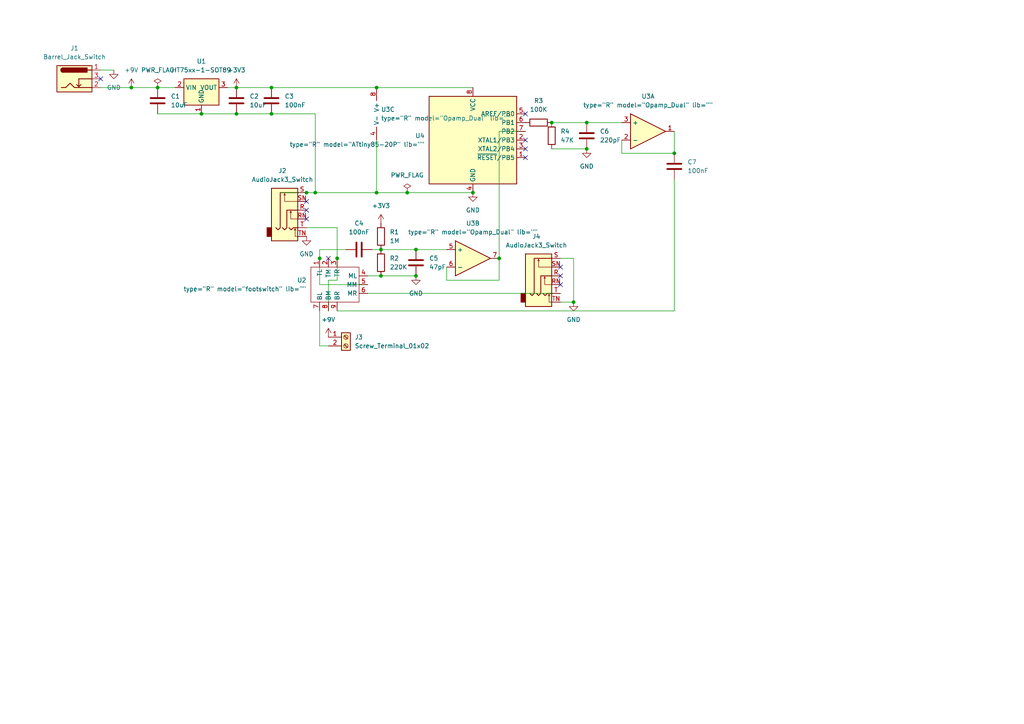
<source format=kicad_sch>
(kicad_sch (version 20211123) (generator eeschema)
  (paper "A4")
  (lib_symbols
    (symbol "Connector:AudioJack3_Switch"
      (property "Reference" "J" (at 0 11.43 0))
      (property "Value" "AudioJack3_Switch" (at 0 8.89 0))
      (symbol "AudioJack3_Switch_0_1"
        (rectangle (start -5.08 -5.08) (end -6.35 -7.62) (stroke (width 0.254)) (fill (type outline)))
        (polyline (pts (xy -1.27 4.826) (xy -1.016 4.318)))
        (polyline (pts (xy 0.508 -0.254) (xy 0.762 -0.762)))
        (polyline (pts (xy 1.778 -5.334) (xy 2.032 -5.842)))
        (polyline (pts (xy 0 -5.08) (xy 0.635 -5.715) (xy 1.27 -5.08) (xy 2.54 -5.08)) (stroke (width 0.254)))
        (polyline (pts (xy 2.54 -7.62) (xy 1.778 -7.62) (xy 1.778 -5.334) (xy 1.524 -5.842)))
        (polyline (pts (xy 2.54 -2.54) (xy 0.508 -2.54) (xy 0.508 -0.254) (xy 0.254 -0.762)))
        (polyline (pts (xy 2.54 2.54) (xy -1.27 2.54) (xy -1.27 4.826) (xy -1.524 4.318)))
        (polyline (pts (xy -1.905 -5.08) (xy -1.27 -5.715) (xy -0.635 -5.08) (xy -0.635 0) (xy 2.54 0)) (stroke (width 0.254)))
        (polyline (pts (xy 2.54 5.08) (xy -2.54 5.08) (xy -2.54 -5.08) (xy -3.175 -5.715) (xy -3.81 -5.08)) (stroke (width 0.254)))
        (rectangle (start 2.54 6.35) (end -5.08 -8.89) (stroke (width 0.254)) (fill (type background)))
      )
      (symbol "AudioJack3_Switch_1_1"
        (pin passive line (at 5.08 0 180) (length 2.54) (name "~") (number "R"))
        (pin passive line (at 5.08 -2.54 180) (length 2.54) (name "~") (number "RN"))
        (pin passive line (at 5.08 5.08 180) (length 2.54) (name "~") (number "S"))
        (pin passive line (at 5.08 2.54 180) (length 2.54) (name "~") (number "SN"))
        (pin passive line (at 5.08 -5.08 180) (length 2.54) (name "~") (number "T"))
        (pin passive line (at 5.08 -7.62 180) (length 2.54) (name "~") (number "TN"))
      )
    )
    (symbol "Connector:Barrel_Jack_Switch" (pin_names hide)
      (property "Reference" "J" (at 0 5.334 0))
      (property "Value" "Barrel_Jack_Switch" (at 0 -5.08 0))
      (symbol "Barrel_Jack_Switch_0_1"
        (rectangle (start -5.08 3.81) (end 5.08 -3.81) (stroke (width 0.254)) (fill (type background)))
        (arc (start -3.302 3.175) (mid -3.937 2.54) (end -3.302 1.905) (stroke (width 0.254)))
        (arc (start -3.302 3.175) (mid -3.937 2.54) (end -3.302 1.905) (stroke (width 0.254)) (fill (type outline)))
        (polyline (pts (xy 1.27 -2.286) (xy 1.905 -1.651)) (stroke (width 0.254)))
        (polyline (pts (xy 5.08 2.54) (xy 3.81 2.54)) (stroke (width 0.254)))
        (polyline (pts (xy 5.08 0) (xy 1.27 0) (xy 1.27 -2.286) (xy 0.635 -1.651)) (stroke (width 0.254)))
        (polyline (pts (xy -3.81 -2.54) (xy -2.54 -2.54) (xy -1.27 -1.27) (xy 0 -2.54) (xy 2.54 -2.54) (xy 5.08 -2.54)) (stroke (width 0.254)))
        (rectangle (start 3.683 3.175) (end -3.302 1.905) (stroke (width 0.254)) (fill (type outline)))
      )
      (symbol "Barrel_Jack_Switch_1_1"
        (pin passive line (at 7.62 2.54 180) (length 2.54) (name "~") (number "1"))
        (pin passive line (at 7.62 -2.54 180) (length 2.54) (name "~") (number "2"))
        (pin passive line (at 7.62 0 180) (length 2.54) (name "~") (number "3"))
      )
    )
    (symbol "Connector:Screw_Terminal_01x02" (pin_names (offset 1.016) hide)
      (property "Reference" "J" (at 0 2.54 0))
      (property "Value" "Screw_Terminal_01x02" (at 0 -5.08 0))
      (symbol "Screw_Terminal_01x02_1_1"
        (rectangle (start -1.27 1.27) (end 1.27 -3.81) (stroke (width 0.254)) (fill (type background)))
        (circle (center 0 -2.54) (radius 0.635) (stroke (width 0.1524)))
        (polyline (pts (xy -0.5334 -2.2098) (xy 0.3302 -3.048)) (stroke (width 0.1524)))
        (polyline (pts (xy -0.5334 0.3302) (xy 0.3302 -0.508)) (stroke (width 0.1524)))
        (polyline (pts (xy -0.3556 -2.032) (xy 0.508 -2.8702)) (stroke (width 0.1524)))
        (polyline (pts (xy -0.3556 0.508) (xy 0.508 -0.3302)) (stroke (width 0.1524)))
        (circle (center 0 0) (radius 0.635) (stroke (width 0.1524)))
        (pin passive line (at -5.08 0 0) (length 3.81) (name "Pin_1") (number "1"))
        (pin passive line (at -5.08 -2.54 0) (length 3.81) (name "Pin_2") (number "2"))
      )
    )
    (symbol "Device:C" (pin_numbers hide) (pin_names (offset 0.254))
      (property "Reference" "C" (at 0.635 2.54 0))
      (property "Value" "C" (at 0.635 -2.54 0))
      (symbol "C_0_1"
        (polyline (pts (xy -2.032 -0.762) (xy 2.032 -0.762)) (stroke (width 0.508)))
        (polyline (pts (xy -2.032 0.762) (xy 2.032 0.762)) (stroke (width 0.508)))
      )
      (symbol "C_1_1"
        (pin passive line (at 0 3.81 270) (length 2.794) (name "~") (number "1"))
        (pin passive line (at 0 -3.81 90) (length 2.794) (name "~") (number "2"))
      )
    )
    (symbol "Device:Opamp_Dual"
      (property "Reference" "U" (at 0 5.08 0))
      (property "Value" "Opamp_Dual" (at 0 -5.08 0))
      (symbol "Opamp_Dual_1_1"
        (polyline (pts (xy -5.08 5.08) (xy 5.08 0) (xy -5.08 -5.08) (xy -5.08 5.08)) (stroke (width 0.254)) (fill (type background)))
        (pin output line (at 7.62 0 180) (length 2.54) (name "~") (number "1"))
        (pin input line (at -7.62 -2.54 0) (length 2.54) (name "-") (number "2"))
        (pin input line (at -7.62 2.54 0) (length 2.54) (name "+") (number "3"))
      )
      (symbol "Opamp_Dual_2_1"
        (polyline (pts (xy -5.08 5.08) (xy 5.08 0) (xy -5.08 -5.08) (xy -5.08 5.08)) (stroke (width 0.254)) (fill (type background)))
        (pin input line (at -7.62 2.54 0) (length 2.54) (name "+") (number "5"))
        (pin input line (at -7.62 -2.54 0) (length 2.54) (name "-") (number "6"))
        (pin output line (at 7.62 0 180) (length 2.54) (name "~") (number "7"))
      )
      (symbol "Opamp_Dual_3_1"
        (pin power_in line (at -2.54 -7.62 90) (length 3.81) (name "V-") (number "4"))
        (pin power_in line (at -2.54 7.62 270) (length 3.81) (name "V+") (number "8"))
      )
    )
    (symbol "Device:R" (pin_numbers hide) (pin_names (offset 0))
      (property "Reference" "R" (at 2.032 0 90))
      (property "Value" "R" (at 0 0 90))
      (symbol "R_0_1"
        (rectangle (start -1.016 -2.54) (end 1.016 2.54) (stroke (width 0.254)))
      )
      (symbol "R_1_1"
        (pin passive line (at 0 3.81 270) (length 1.27) (name "~") (number "1"))
        (pin passive line (at 0 -3.81 90) (length 1.27) (name "~") (number "2"))
      )
    )
    (symbol "MCU_Microchip_ATtiny:ATtiny85-20P"
      (property "Reference" "U" (at -12.7 13.97 0))
      (property "Value" "ATtiny85-20P" (at 2.54 -13.97 0))
      (symbol "ATtiny85-20P_0_1"
        (rectangle (start -12.7 -12.7) (end 12.7 12.7) (stroke (width 0.254)) (fill (type background)))
      )
      (symbol "ATtiny85-20P_1_1"
        (pin bidirectional line (at 15.24 -5.08 180) (length 2.54) (name "~{RESET}/PB5") (number "1"))
        (pin bidirectional line (at 15.24 0 180) (length 2.54) (name "XTAL1/PB3") (number "2"))
        (pin bidirectional line (at 15.24 -2.54 180) (length 2.54) (name "XTAL2/PB4") (number "3"))
        (pin power_in line (at 0 -15.24 90) (length 2.54) (name "GND") (number "4"))
        (pin bidirectional line (at 15.24 7.62 180) (length 2.54) (name "AREF/PB0") (number "5"))
        (pin bidirectional line (at 15.24 5.08 180) (length 2.54) (name "PB1") (number "6"))
        (pin bidirectional line (at 15.24 2.54 180) (length 2.54) (name "PB2") (number "7"))
        (pin power_in line (at 0 15.24 270) (length 2.54) (name "VCC") (number "8"))
      )
    )
    (symbol "Regulator_Linear:HT75xx-1-SOT89"
      (property "Reference" "U" (at -5.08 -3.81 0))
      (property "Value" "HT75xx-1-SOT89" (at 0 6.35 0))
      (symbol "HT75xx-1-SOT89_0_1"
        (rectangle (start -5.08 5.08) (end 5.08 -2.54) (stroke (width 0.254)) (fill (type background)))
      )
      (symbol "HT75xx-1-SOT89_1_1"
        (pin power_in line (at 0 -5.08 90) (length 2.54) (name "GND") (number "1"))
        (pin power_in line (at -7.62 2.54 0) (length 2.54) (name "VIN") (number "2"))
        (pin power_out line (at 7.62 2.54 180) (length 2.54) (name "VOUT") (number "3"))
      )
    )
    (symbol "footswitch:footswitch"
      (property "Reference" "U" (at 0 0 0))
      (property "Value" "footswitch" (at 0 0 0))
      (symbol "footswitch_0_1"
        (rectangle (start -5.08 5.08) (end 8.89 -5.08))
      )
      (symbol "footswitch_1_1"
        (pin unspecified line (at -2.54 7.62 270) (length 2.54) (name "TL") (number "1"))
        (pin unspecified line (at 0 7.62 270) (length 2.54) (name "TM") (number "2"))
        (pin unspecified line (at 2.54 7.62 270) (length 2.54) (name "TR") (number "3"))
        (pin unspecified line (at 11.43 2.54 180) (length 2.54) (name "ML") (number "4"))
        (pin unspecified line (at 11.43 0 180) (length 2.54) (name "MM") (number "5"))
        (pin unspecified line (at 11.43 -2.54 180) (length 2.54) (name "MR") (number "6"))
        (pin unspecified line (at -2.54 -7.62 90) (length 2.54) (name "BL") (number "7"))
        (pin unspecified line (at 0 -7.62 90) (length 2.54) (name "BM") (number "8"))
        (pin unspecified line (at 2.54 -7.62 90) (length 2.54) (name "BR") (number "9"))
      )
    )
    (symbol "power:+3V3" (power) (pin_names (offset 0))
      (property "Value" "+3V3" (at 0 3.556 0))
      (symbol "+3V3_0_1"
        (polyline (pts (xy -0.762 1.27) (xy 0 2.54)))
        (polyline (pts (xy 0 0) (xy 0 2.54)))
        (polyline (pts (xy 0 2.54) (xy 0.762 1.27)))
      )
      (symbol "+3V3_1_1"
        (pin power_in line (at 0 0 90) (length 0) hide (name "+3V3") (number "1"))
      )
    )
    (symbol "power:+9V" (power) (pin_names (offset 0))
      (property "Value" "+9V" (at 0 3.556 0))
      (symbol "+9V_0_1"
        (polyline (pts (xy -0.762 1.27) (xy 0 2.54)))
        (polyline (pts (xy 0 0) (xy 0 2.54)))
        (polyline (pts (xy 0 2.54) (xy 0.762 1.27)))
      )
      (symbol "+9V_1_1"
        (pin power_in line (at 0 0 90) (length 0) hide (name "+9V") (number "1"))
      )
    )
    (symbol "power:GND" (power) (pin_names (offset 0))
      (property "Value" "GND" (at 0 -3.81 0))
      (symbol "GND_0_1"
        (polyline (pts (xy 0 0) (xy 0 -1.27) (xy 1.27 -1.27) (xy 0 -2.54) (xy -1.27 -1.27) (xy 0 -1.27)))
      )
      (symbol "GND_1_1"
        (pin power_in line (at 0 0 270) (length 0) hide (name "GND") (number "1"))
      )
    )
    (symbol "power:PWR_FLAG" (power) (pin_numbers hide) (pin_names (offset 0) hide)
      (property "Value" "PWR_FLAG" (at 0 3.81 0))
      (symbol "PWR_FLAG_0_0"
        (pin power_out line (at 0 0 90) (length 0) (name "pwr") (number "1"))
      )
      (symbol "PWR_FLAG_0_1"
        (polyline (pts (xy 0 0) (xy 0 1.27) (xy -1.016 1.905) (xy 0 2.54) (xy 1.016 1.905) (xy 0 1.27)))
      )
    )
  )
  (junction (at 118.11 55.88))
  (junction (at 110.49 80.01))
  (junction (at 137.16 55.88))
  (junction (at 120.65 80.01))
  (junction (at 97.79 74.93))
  (junction (at 58.42 33.02))
  (junction (at 45.72 25.4))
  (junction (at 195.58 44.45))
  (junction (at 91.44 55.88))
  (junction (at 68.58 25.4))
  (junction (at 144.78 74.93))
  (junction (at 78.74 33.02))
  (junction (at 88.9 55.88))
  (junction (at 109.22 25.4))
  (junction (at 160.02 35.56))
  (junction (at 170.18 43.18))
  (junction (at 92.71 74.93))
  (junction (at 166.37 87.63))
  (junction (at 120.65 72.39))
  (junction (at 110.49 72.39))
  (junction (at 170.18 35.56))
  (junction (at 109.22 55.88))
  (junction (at 78.74 25.4))
  (junction (at 68.58 33.02))
  (junction (at 38.1 25.4))
  (no_connect (at 152.4 43.18))
  (no_connect (at 88.9 58.42))
  (no_connect (at 152.4 40.64))
  (no_connect (at 95.25 74.93))
  (no_connect (at 162.56 80.01))
  (no_connect (at 88.9 63.5))
  (no_connect (at 29.21 22.86))
  (no_connect (at 152.4 45.72))
  (no_connect (at 162.56 77.47))
  (no_connect (at 152.4 33.02))
  (no_connect (at 88.9 60.96))
  (no_connect (at 162.56 82.55))
  (wire (pts (xy 45.72 33.02) (xy 58.42 33.02)))
  (wire (pts (xy 29.21 25.4) (xy 38.1 25.4)))
  (wire (pts (xy 129.54 81.28) (xy 129.54 77.47)))
  (wire (pts (xy 92.71 82.55) (xy 106.68 82.55)))
  (wire (pts (xy 195.58 90.17) (xy 97.79 90.17)))
  (wire (pts (xy 97.79 66.04) (xy 97.79 74.93)))
  (wire (pts (xy 166.37 74.93) (xy 166.37 87.63)))
  (wire (pts (xy 120.65 72.39) (xy 129.54 72.39)))
  (wire (pts (xy 195.58 38.1) (xy 195.58 44.45)))
  (wire (pts (xy 92.71 72.39) (xy 100.33 72.39)))
  (wire (pts (xy 78.74 25.4) (xy 109.22 25.4)))
  (wire (pts (xy 66.04 25.4) (xy 68.58 25.4)))
  (wire (pts (xy 68.58 33.02) (xy 78.74 33.02)))
  (wire (pts (xy 91.44 33.02) (xy 91.44 55.88)))
  (wire (pts (xy 180.34 44.45) (xy 180.34 40.64)))
  (wire (pts (xy 58.42 33.02) (xy 68.58 33.02)))
  (wire (pts (xy 81.28 55.88) (xy 88.9 55.88)))
  (wire (pts (xy 144.78 38.1) (xy 152.4 38.1)))
  (wire (pts (xy 78.74 33.02) (xy 91.44 33.02)))
  (wire (pts (xy 38.1 25.4) (xy 45.72 25.4)))
  (wire (pts (xy 195.58 52.07) (xy 195.58 90.17)))
  (wire (pts (xy 92.71 72.39) (xy 92.71 74.93)))
  (wire (pts (xy 160.02 35.56) (xy 170.18 35.56)))
  (wire (pts (xy 118.11 55.88) (xy 137.16 55.88)))
  (wire (pts (xy 95.25 100.33) (xy 92.71 100.33)))
  (wire (pts (xy 91.44 55.88) (xy 109.22 55.88)))
  (wire (pts (xy 92.71 100.33) (xy 92.71 90.17)))
  (wire (pts (xy 106.68 80.01) (xy 110.49 80.01)))
  (wire (pts (xy 109.22 55.88) (xy 118.11 55.88)))
  (wire (pts (xy 166.37 87.63) (xy 162.56 87.63)))
  (wire (pts (xy 107.95 72.39) (xy 110.49 72.39)))
  (wire (pts (xy 97.79 66.04) (xy 88.9 66.04)))
  (wire (pts (xy 160.02 43.18) (xy 170.18 43.18)))
  (wire (pts (xy 88.9 55.88) (xy 91.44 55.88)))
  (wire (pts (xy 29.21 20.32) (xy 33.02 20.32)))
  (wire (pts (xy 144.78 74.93) (xy 144.78 81.28)))
  (wire (pts (xy 110.49 80.01) (xy 120.65 80.01)))
  (wire (pts (xy 95.25 81.28) (xy 97.79 81.28)))
  (wire (pts (xy 92.71 74.93) (xy 92.71 82.55)))
  (wire (pts (xy 144.78 74.93) (xy 144.78 38.1)))
  (wire (pts (xy 162.56 74.93) (xy 166.37 74.93)))
  (wire (pts (xy 95.25 90.17) (xy 95.25 81.28)))
  (wire (pts (xy 45.72 25.4) (xy 50.8 25.4)))
  (wire (pts (xy 170.18 35.56) (xy 180.34 35.56)))
  (wire (pts (xy 110.49 72.39) (xy 120.65 72.39)))
  (wire (pts (xy 97.79 81.28) (xy 97.79 74.93)))
  (wire (pts (xy 109.22 40.64) (xy 109.22 55.88)))
  (wire (pts (xy 68.58 25.4) (xy 78.74 25.4)))
  (wire (pts (xy 195.58 44.45) (xy 180.34 44.45)))
  (wire (pts (xy 109.22 25.4) (xy 137.16 25.4)))
  (wire (pts (xy 106.68 85.09) (xy 162.56 85.09)))
  (wire (pts (xy 144.78 81.28) (xy 129.54 81.28)))
  (symbol (lib_id "Device:C") (at 104.14 72.39 90) (unit 1)
    (property "Reference" "C4" (at 104.14 64.77 90))
    (property "Value" "100nF" (at 104.14 67.31 90))
    (property "Footprint" "Capacitor_SMD:C_1206_3216Metric" (effects hide))
  )
  (symbol (lib_id "power:GND") (at 170.18 43.18 0) (unit 1)
    (property "Reference" "#PWR010" (effects hide))
    (property "Value" "GND" (at 170.18 48.26 0))
  )
  (symbol (lib_id "Device:R") (at 110.49 76.2 0) (unit 1)
    (property "Reference" "R2" (at 113.03 74.9299 0) (effects (justify left)))
    (property "Value" "220K" (at 113.03 77.4699 0) (effects (justify left)))
    (property "Footprint" "Resistor_SMD:R_1206_3216Metric" (effects hide))
  )
  (symbol (lib_id "power:GND") (at 33.02 20.32 0) (unit 1)
    (property "Reference" "#PWR01" (effects hide))
    (property "Value" "GND" (at 33.02 25.4 0))
  )
  (symbol (lib_id "power:+3V3") (at 110.49 64.77 0) (unit 1)
    (property "Reference" "#PWR06" (effects hide))
    (property "Value" "+3V3" (at 110.49 59.69 0))
  )
  (symbol (lib_id "Device:R") (at 156.21 35.56 90) (unit 1)
    (property "Reference" "R3" (at 156.21 29.21 90))
    (property "Value" "100K" (at 156.21 31.75 90))
    (property "Footprint" "Resistor_SMD:R_1206_3216Metric" (effects hide))
  )
  (symbol (lib_id "Device:Opamp_Dual") (at 137.16 74.93 0) (unit 2)
    (property "Reference" "U3" (at 137.16 64.77 0))
    (property "Value" "Opamp_Dual" (at 137.16 67.31 0))
    (property "Footprint" "Package_DIP:DIP-8_W7.62mm_Socket" (effects hide))
    (property "Spice_Primitive" "R" (effects hide))
    (property "Spice_Netlist_Enabled" "N" (effects hide))
  )
  (symbol (lib_id "MCU_Microchip_ATtiny:ATtiny85-20P") (at 137.16 40.64 0) (unit 1)
    (property "Reference" "U4" (at 123.19 39.3699 0) (effects (justify right)))
    (property "Value" "ATtiny85-20P" (at 123.19 41.9099 0) (effects (justify right)))
    (property "Footprint" "Package_DIP:DIP-8_W7.62mm_Socket" (effects hide))
    (property "Datasheet" "http://ww1.microchip.com/downloads/en/DeviceDoc/atmel-2586-avr-8-bit-microcontroller-attiny25-attiny45-attiny85_datasheet.pdf" (effects hide))
    (property "Spice_Primitive" "R" (effects hide))
    (property "Spice_Netlist_Enabled" "N" (effects hide))
  )
  (symbol (lib_id "power:PWR_FLAG") (at 118.11 55.88 0) (unit 1)
    (property "Reference" "#FLG02" (effects hide))
    (property "Value" "PWR_FLAG" (at 118.11 50.8 0))
  )
  (symbol (lib_id "power:+9V") (at 38.1 25.4 0) (unit 1)
    (property "Reference" "#PWR02" (effects hide))
    (property "Value" "+9V" (at 38.1 20.32 0))
  )
  (symbol (lib_id "Regulator_Linear:HT75xx-1-SOT89") (at 58.42 27.94 0) (unit 1)
    (property "Reference" "U1" (at 58.42 17.78 0))
    (property "Value" "HT75xx-1-SOT89" (at 58.42 20.32 0))
    (property "Footprint" "Package_TO_SOT_SMD:SOT-89-3" (effects hide))
    (property "Datasheet" "https://www.holtek.com/documents/10179/116711/HT75xx-1v250.pdf" (effects hide))
  )
  (symbol (lib_id "Connector:Barrel_Jack_Switch") (at 21.59 22.86 0) (unit 1)
    (property "Reference" "J1" (at 21.59 13.97 0))
    (property "Value" "Barrel_Jack_Switch" (at 21.59 16.51 0))
    (property "Footprint" "Connector_BarrelJack:BarrelJack_Wuerth_6941xx301002" (effects hide))
  )
  (symbol (lib_id "power:GND") (at 120.65 80.01 0) (unit 1)
    (property "Reference" "#PWR07" (effects hide))
    (property "Value" "GND" (at 120.65 85.09 0))
  )
  (symbol (lib_id "Device:Opamp_Dual") (at 187.96 38.1 0) (unit 1)
    (property "Reference" "U3" (at 187.96 27.94 0))
    (property "Value" "Opamp_Dual" (at 187.96 30.48 0))
    (property "Footprint" "Package_DIP:DIP-8_W7.62mm_Socket" (effects hide))
    (property "Spice_Primitive" "R" (effects hide))
    (property "Spice_Netlist_Enabled" "N" (effects hide))
  )
  (symbol (lib_id "power:+9V") (at 95.25 97.79 0) (unit 1)
    (property "Reference" "#PWR05" (effects hide))
    (property "Value" "+9V" (at 95.25 92.71 0))
  )
  (symbol (lib_id "Device:C") (at 195.58 48.26 0) (unit 1)
    (property "Reference" "C7" (at 199.39 46.9899 0) (effects (justify left)))
    (property "Value" "100nF" (at 199.39 49.5299 0) (effects (justify left)))
    (property "Footprint" "Capacitor_SMD:C_1206_3216Metric" (effects hide))
  )
  (symbol (lib_id "Connector:AudioJack3_Switch") (at 157.48 80.01 0) (unit 1)
    (property "Reference" "J4" (at 155.575 68.58 0))
    (property "Value" "AudioJack3_Switch" (at 155.575 71.12 0))
    (property "Footprint" "Connector_Audio:Jack_6.35mm_Neutrik_NMJ6HCD2_Horizontal" (effects hide))
  )
  (symbol (lib_id "power:+3V3") (at 68.58 25.4 0) (unit 1)
    (property "Reference" "#PWR03" (effects hide))
    (property "Value" "+3V3" (at 68.58 20.32 0))
  )
  (symbol (lib_id "footswitch:footswitch") (at 95.25 82.55 0) (unit 1)
    (property "Reference" "U2" (at 88.9 81.2799 0) (effects (justify right)))
    (property "Value" "footswitch" (at 88.9 83.8199 0) (effects (justify right)))
    (property "Footprint" "footswitch:footswitch" (effects hide))
    (property "Spice_Primitive" "R" (effects hide))
    (property "Spice_Netlist_Enabled" "N" (effects hide))
  )
  (symbol (lib_id "Connector:Screw_Terminal_01x02") (at 100.33 97.79 0) (unit 1)
    (property "Reference" "J3" (at 102.87 97.7899 0) (effects (justify left)))
    (property "Value" "Screw_Terminal_01x02" (at 102.87 100.3299 0) (effects (justify left)))
    (property "Footprint" "TerminalBlock_Phoenix:TerminalBlock_Phoenix_MPT-0,5-2-2.54_1x02_P2.54mm_Horizontal" (effects hide))
  )
  (symbol (lib_id "Device:R") (at 160.02 39.37 0) (unit 1)
    (property "Reference" "R4" (at 162.56 38.0999 0) (effects (justify left)))
    (property "Value" "47K" (at 162.56 40.6399 0) (effects (justify left)))
    (property "Footprint" "Resistor_SMD:R_1206_3216Metric" (effects hide))
  )
  (symbol (lib_id "power:GND") (at 137.16 55.88 0) (unit 1)
    (property "Reference" "#PWR08" (effects hide))
    (property "Value" "GND" (at 137.16 60.96 0))
  )
  (symbol (lib_id "Device:C") (at 45.72 29.21 0) (unit 1)
    (property "Reference" "C1" (at 49.53 27.9399 0) (effects (justify left)))
    (property "Value" "10uF" (at 49.53 30.4799 0) (effects (justify left)))
    (property "Footprint" "Capacitor_SMD:C_1206_3216Metric" (effects hide))
  )
  (symbol (lib_id "Device:C") (at 170.18 39.37 0) (unit 1)
    (property "Reference" "C6" (at 173.99 38.0999 0) (effects (justify left)))
    (property "Value" "220pF" (at 173.99 40.6399 0) (effects (justify left)))
    (property "Footprint" "Capacitor_SMD:C_1206_3216Metric" (effects hide))
  )
  (symbol (lib_id "power:GND") (at 88.9 68.58 0) (unit 1)
    (property "Reference" "#PWR04" (effects hide))
    (property "Value" "GND" (at 88.9 73.66 0))
  )
  (symbol (lib_id "Device:C") (at 78.74 29.21 0) (unit 1)
    (property "Reference" "C3" (at 82.55 27.9399 0) (effects (justify left)))
    (property "Value" "100nF" (at 82.55 30.4799 0) (effects (justify left)))
    (property "Footprint" "Capacitor_SMD:C_1206_3216Metric" (effects hide))
  )
  (symbol (lib_id "power:PWR_FLAG") (at 45.72 25.4 0) (unit 1)
    (property "Reference" "#FLG01" (effects hide))
    (property "Value" "PWR_FLAG" (at 45.72 20.32 0))
  )
  (symbol (lib_id "power:GND") (at 166.37 87.63 0) (unit 1)
    (property "Reference" "#PWR09" (effects hide))
    (property "Value" "GND" (at 166.37 92.71 0))
  )
  (symbol (lib_id "Device:C") (at 68.58 29.21 0) (unit 1)
    (property "Reference" "C2" (at 72.39 27.9399 0) (effects (justify left)))
    (property "Value" "10uF" (at 72.39 30.4799 0) (effects (justify left)))
    (property "Footprint" "Capacitor_SMD:C_1206_3216Metric" (effects hide))
  )
  (symbol (lib_id "Device:R") (at 110.49 68.58 0) (unit 1)
    (property "Reference" "R1" (at 113.03 67.3099 0) (effects (justify left)))
    (property "Value" "1M" (at 113.03 69.8499 0) (effects (justify left)))
    (property "Footprint" "Resistor_SMD:R_1206_3216Metric" (effects hide))
  )
  (symbol (lib_id "Device:Opamp_Dual") (at 111.76 33.02 0) (unit 3)
    (property "Reference" "U3" (at 110.49 31.7499 0) (effects (justify left)))
    (property "Value" "Opamp_Dual" (at 110.49 34.2899 0) (effects (justify left)))
    (property "Footprint" "Package_DIP:DIP-8_W7.62mm_Socket" (effects hide))
    (property "Spice_Primitive" "R" (effects hide))
    (property "Spice_Netlist_Enabled" "N" (effects hide))
  )
  (symbol (lib_id "Connector:AudioJack3_Switch") (at 83.82 60.96 0) (unit 1)
    (property "Reference" "J2" (at 81.915 49.53 0))
    (property "Value" "AudioJack3_Switch" (at 81.915 52.07 0))
    (property "Footprint" "Connector_Audio:Jack_6.35mm_Neutrik_NMJ6HCD2_Horizontal" (effects hide))
  )
  (symbol (lib_id "Device:C") (at 120.65 76.2 0) (unit 1)
    (property "Reference" "C5" (at 124.46 74.9299 0) (effects (justify left)))
    (property "Value" "47pF" (at 124.46 77.4699 0) (effects (justify left)))
    (property "Footprint" "Capacitor_SMD:C_1206_3216Metric" (effects hide))
  )
)
</source>
